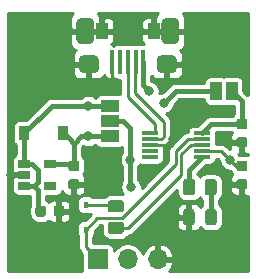
<source format=gbr>
%TF.GenerationSoftware,KiCad,Pcbnew,(5.1.9)-1*%
%TF.CreationDate,2022-01-17T18:13:00-05:00*%
%TF.ProjectId,USBUPDI,55534255-5044-4492-9e6b-696361645f70,rev?*%
%TF.SameCoordinates,Original*%
%TF.FileFunction,Copper,L1,Top*%
%TF.FilePolarity,Positive*%
%FSLAX46Y46*%
G04 Gerber Fmt 4.6, Leading zero omitted, Abs format (unit mm)*
G04 Created by KiCad (PCBNEW (5.1.9)-1) date 2022-01-17 18:13:00*
%MOMM*%
%LPD*%
G01*
G04 APERTURE LIST*
%TA.AperFunction,SMDPad,CuDef*%
%ADD10R,1.400000X0.300000*%
%TD*%
%TA.AperFunction,SMDPad,CuDef*%
%ADD11R,1.060000X0.650000*%
%TD*%
%TA.AperFunction,SMDPad,CuDef*%
%ADD12R,1.500000X1.000000*%
%TD*%
%TA.AperFunction,SMDPad,CuDef*%
%ADD13R,1.000000X1.500000*%
%TD*%
%TA.AperFunction,ComponentPad*%
%ADD14O,1.700000X1.700000*%
%TD*%
%TA.AperFunction,ComponentPad*%
%ADD15R,1.700000X1.700000*%
%TD*%
%TA.AperFunction,SMDPad,CuDef*%
%ADD16R,1.100000X1.350000*%
%TD*%
%TA.AperFunction,SMDPad,CuDef*%
%ADD17R,0.400000X2.000000*%
%TD*%
%TA.AperFunction,SMDPad,CuDef*%
%ADD18R,0.900000X1.200000*%
%TD*%
%TA.AperFunction,SMDPad,CuDef*%
%ADD19R,0.450000X0.600000*%
%TD*%
%TA.AperFunction,ViaPad*%
%ADD20C,0.800000*%
%TD*%
%TA.AperFunction,Conductor*%
%ADD21C,0.254000*%
%TD*%
%TA.AperFunction,Conductor*%
%ADD22C,0.381000*%
%TD*%
%TA.AperFunction,Conductor*%
%ADD23C,0.100000*%
%TD*%
G04 APERTURE END LIST*
D10*
%TO.P,U2,10*%
%TO.N,Net-(C3-Pad1)*%
X182794000Y-138700000D03*
%TO.P,U2,9*%
%TO.N,/UPDI*%
X182794000Y-139200000D03*
%TO.P,U2,8*%
%TO.N,Net-(R2-Pad2)*%
X182794000Y-139700000D03*
%TO.P,U2,7*%
%TO.N,VCC*%
X182794000Y-140200000D03*
%TO.P,U2,6*%
%TO.N,Net-(R1-Pad1)*%
X182794000Y-140700000D03*
%TO.P,U2,5*%
%TO.N,N/C*%
X178394000Y-140700000D03*
%TO.P,U2,4*%
X178394000Y-140200000D03*
%TO.P,U2,3*%
%TO.N,GND*%
X178394000Y-139700000D03*
%TO.P,U2,2*%
%TO.N,Net-(J1-Pad2)*%
X178394000Y-139200000D03*
%TO.P,U2,1*%
%TO.N,Net-(J1-Pad3)*%
X178394000Y-138700000D03*
%TD*%
D11*
%TO.P,U1,5*%
%TO.N,+3V3*%
X169970000Y-141266000D03*
%TO.P,U1,4*%
%TO.N,N/C*%
X169970000Y-143166000D03*
%TO.P,U1,3*%
%TO.N,+5V*%
X167770000Y-143166000D03*
%TO.P,U1,2*%
%TO.N,GND*%
X167770000Y-142216000D03*
%TO.P,U1,1*%
%TO.N,+5V*%
X167770000Y-141266000D03*
%TD*%
%TO.P,R2,2*%
%TO.N,Net-(R2-Pad2)*%
%TA.AperFunction,SMDPad,CuDef*%
G36*
G01*
X175063999Y-146196000D02*
X175964001Y-146196000D01*
G75*
G02*
X176214000Y-146445999I0J-249999D01*
G01*
X176214000Y-146971001D01*
G75*
G02*
X175964001Y-147221000I-249999J0D01*
G01*
X175063999Y-147221000D01*
G75*
G02*
X174814000Y-146971001I0J249999D01*
G01*
X174814000Y-146445999D01*
G75*
G02*
X175063999Y-146196000I249999J0D01*
G01*
G37*
%TD.AperFunction*%
%TO.P,R2,1*%
%TO.N,Net-(D2-Pad1)*%
%TA.AperFunction,SMDPad,CuDef*%
G36*
G01*
X175063999Y-144371000D02*
X175964001Y-144371000D01*
G75*
G02*
X176214000Y-144620999I0J-249999D01*
G01*
X176214000Y-145146001D01*
G75*
G02*
X175964001Y-145396000I-249999J0D01*
G01*
X175063999Y-145396000D01*
G75*
G02*
X174814000Y-145146001I0J249999D01*
G01*
X174814000Y-144620999D01*
G75*
G02*
X175063999Y-144371000I249999J0D01*
G01*
G37*
%TD.AperFunction*%
%TD*%
%TO.P,R1,2*%
%TO.N,Net-(D1-Pad2)*%
%TA.AperFunction,SMDPad,CuDef*%
G36*
G01*
X183026000Y-143706001D02*
X183026000Y-142805999D01*
G75*
G02*
X183275999Y-142556000I249999J0D01*
G01*
X183801001Y-142556000D01*
G75*
G02*
X184051000Y-142805999I0J-249999D01*
G01*
X184051000Y-143706001D01*
G75*
G02*
X183801001Y-143956000I-249999J0D01*
G01*
X183275999Y-143956000D01*
G75*
G02*
X183026000Y-143706001I0J249999D01*
G01*
G37*
%TD.AperFunction*%
%TO.P,R1,1*%
%TO.N,Net-(R1-Pad1)*%
%TA.AperFunction,SMDPad,CuDef*%
G36*
G01*
X181201000Y-143706001D02*
X181201000Y-142805999D01*
G75*
G02*
X181450999Y-142556000I249999J0D01*
G01*
X181976001Y-142556000D01*
G75*
G02*
X182226000Y-142805999I0J-249999D01*
G01*
X182226000Y-143706001D01*
G75*
G02*
X181976001Y-143956000I-249999J0D01*
G01*
X181450999Y-143956000D01*
G75*
G02*
X181201000Y-143706001I0J249999D01*
G01*
G37*
%TD.AperFunction*%
%TD*%
D12*
%TO.P,VCC,1*%
%TO.N,+3V3*%
X175006000Y-138968000D03*
%TO.P,VCC,2*%
%TO.N,VCC*%
X175006000Y-137668000D03*
%TO.P,VCC,3*%
%TO.N,+5V*%
X175006000Y-136368000D03*
%TD*%
D13*
%TO.P,JP1,1*%
%TO.N,Net-(C3-Pad1)*%
X185308000Y-135128000D03*
%TO.P,JP1,2*%
%TO.N,+3V3*%
X184008000Y-135128000D03*
%TD*%
D14*
%TO.P,J2,3*%
%TO.N,GND*%
X179070000Y-149352000D03*
%TO.P,J2,2*%
%TO.N,VCC*%
X176530000Y-149352000D03*
D15*
%TO.P,J2,1*%
%TO.N,/UPDI*%
X173990000Y-149352000D03*
%TD*%
D16*
%TO.P,J1,6*%
%TO.N,GND*%
X174330000Y-130048000D03*
X178730000Y-130048000D03*
D17*
%TO.P,J1,1*%
%TO.N,+5V*%
X177830000Y-132648000D03*
%TO.P,J1,2*%
%TO.N,Net-(J1-Pad2)*%
X177180000Y-132648000D03*
%TO.P,J1,3*%
%TO.N,Net-(J1-Pad3)*%
X176530000Y-132648000D03*
%TO.P,J1,4*%
%TO.N,N/C*%
X175880000Y-132648000D03*
%TO.P,J1,5*%
%TO.N,GND*%
X175230000Y-132648000D03*
%TO.P,J1,6*%
%TA.AperFunction,ComponentPad*%
G36*
G01*
X179380000Y-130773000D02*
X179380000Y-129323000D01*
G75*
G02*
X179755000Y-128948000I375000J0D01*
G01*
X180505000Y-128948000D01*
G75*
G02*
X180880000Y-129323000I0J-375000D01*
G01*
X180880000Y-130773000D01*
G75*
G02*
X180505000Y-131148000I-375000J0D01*
G01*
X179755000Y-131148000D01*
G75*
G02*
X179380000Y-130773000I0J375000D01*
G01*
G37*
%TD.AperFunction*%
%TA.AperFunction,ComponentPad*%
G36*
G01*
X172180000Y-130773000D02*
X172180000Y-129323000D01*
G75*
G02*
X172555000Y-128948000I375000J0D01*
G01*
X173305000Y-128948000D01*
G75*
G02*
X173680000Y-129323000I0J-375000D01*
G01*
X173680000Y-130773000D01*
G75*
G02*
X173305000Y-131148000I-375000J0D01*
G01*
X172555000Y-131148000D01*
G75*
G02*
X172180000Y-130773000I0J375000D01*
G01*
G37*
%TD.AperFunction*%
%TA.AperFunction,ComponentPad*%
G36*
G01*
X172380000Y-133223000D02*
X172380000Y-132473000D01*
G75*
G02*
X172755000Y-132098000I375000J0D01*
G01*
X173705000Y-132098000D01*
G75*
G02*
X174080000Y-132473000I0J-375000D01*
G01*
X174080000Y-133223000D01*
G75*
G02*
X173705000Y-133598000I-375000J0D01*
G01*
X172755000Y-133598000D01*
G75*
G02*
X172380000Y-133223000I0J375000D01*
G01*
G37*
%TD.AperFunction*%
%TA.AperFunction,ComponentPad*%
G36*
G01*
X178980000Y-133223000D02*
X178980000Y-132473000D01*
G75*
G02*
X179355000Y-132098000I375000J0D01*
G01*
X180305000Y-132098000D01*
G75*
G02*
X180680000Y-132473000I0J-375000D01*
G01*
X180680000Y-133223000D01*
G75*
G02*
X180305000Y-133598000I-375000J0D01*
G01*
X179355000Y-133598000D01*
G75*
G02*
X178980000Y-133223000I0J375000D01*
G01*
G37*
%TD.AperFunction*%
%TD*%
D18*
%TO.P,D3,2*%
%TO.N,+3V3*%
X171068000Y-138684000D03*
%TO.P,D3,1*%
%TO.N,+5V*%
X167768000Y-138684000D03*
%TD*%
D19*
%TO.P,D2,2*%
%TO.N,/UPDI*%
X172974000Y-146846000D03*
%TO.P,D2,1*%
%TO.N,Net-(D2-Pad1)*%
X172974000Y-144746000D03*
%TD*%
%TO.P,D1,2*%
%TO.N,Net-(D1-Pad2)*%
%TA.AperFunction,SMDPad,CuDef*%
G36*
G01*
X183076000Y-146252250D02*
X183076000Y-145339750D01*
G75*
G02*
X183319750Y-145096000I243750J0D01*
G01*
X183807250Y-145096000D01*
G75*
G02*
X184051000Y-145339750I0J-243750D01*
G01*
X184051000Y-146252250D01*
G75*
G02*
X183807250Y-146496000I-243750J0D01*
G01*
X183319750Y-146496000D01*
G75*
G02*
X183076000Y-146252250I0J243750D01*
G01*
G37*
%TD.AperFunction*%
%TO.P,D1,1*%
%TO.N,GND*%
%TA.AperFunction,SMDPad,CuDef*%
G36*
G01*
X181201000Y-146252250D02*
X181201000Y-145339750D01*
G75*
G02*
X181444750Y-145096000I243750J0D01*
G01*
X181932250Y-145096000D01*
G75*
G02*
X182176000Y-145339750I0J-243750D01*
G01*
X182176000Y-146252250D01*
G75*
G02*
X181932250Y-146496000I-243750J0D01*
G01*
X181444750Y-146496000D01*
G75*
G02*
X181201000Y-146252250I0J243750D01*
G01*
G37*
%TD.AperFunction*%
%TD*%
%TO.P,C4,2*%
%TO.N,GND*%
%TA.AperFunction,SMDPad,CuDef*%
G36*
G01*
X185932000Y-142565000D02*
X186432000Y-142565000D01*
G75*
G02*
X186657000Y-142790000I0J-225000D01*
G01*
X186657000Y-143240000D01*
G75*
G02*
X186432000Y-143465000I-225000J0D01*
G01*
X185932000Y-143465000D01*
G75*
G02*
X185707000Y-143240000I0J225000D01*
G01*
X185707000Y-142790000D01*
G75*
G02*
X185932000Y-142565000I225000J0D01*
G01*
G37*
%TD.AperFunction*%
%TO.P,C4,1*%
%TO.N,VCC*%
%TA.AperFunction,SMDPad,CuDef*%
G36*
G01*
X185932000Y-141015000D02*
X186432000Y-141015000D01*
G75*
G02*
X186657000Y-141240000I0J-225000D01*
G01*
X186657000Y-141690000D01*
G75*
G02*
X186432000Y-141915000I-225000J0D01*
G01*
X185932000Y-141915000D01*
G75*
G02*
X185707000Y-141690000I0J225000D01*
G01*
X185707000Y-141240000D01*
G75*
G02*
X185932000Y-141015000I225000J0D01*
G01*
G37*
%TD.AperFunction*%
%TD*%
%TO.P,C3,2*%
%TO.N,GND*%
%TA.AperFunction,SMDPad,CuDef*%
G36*
G01*
X185932000Y-139009000D02*
X186432000Y-139009000D01*
G75*
G02*
X186657000Y-139234000I0J-225000D01*
G01*
X186657000Y-139684000D01*
G75*
G02*
X186432000Y-139909000I-225000J0D01*
G01*
X185932000Y-139909000D01*
G75*
G02*
X185707000Y-139684000I0J225000D01*
G01*
X185707000Y-139234000D01*
G75*
G02*
X185932000Y-139009000I225000J0D01*
G01*
G37*
%TD.AperFunction*%
%TO.P,C3,1*%
%TO.N,Net-(C3-Pad1)*%
%TA.AperFunction,SMDPad,CuDef*%
G36*
G01*
X185932000Y-137459000D02*
X186432000Y-137459000D01*
G75*
G02*
X186657000Y-137684000I0J-225000D01*
G01*
X186657000Y-138134000D01*
G75*
G02*
X186432000Y-138359000I-225000J0D01*
G01*
X185932000Y-138359000D01*
G75*
G02*
X185707000Y-138134000I0J225000D01*
G01*
X185707000Y-137684000D01*
G75*
G02*
X185932000Y-137459000I225000J0D01*
G01*
G37*
%TD.AperFunction*%
%TD*%
%TO.P,C2,1*%
%TO.N,+3V3*%
%TA.AperFunction,SMDPad,CuDef*%
G36*
G01*
X171708000Y-141015000D02*
X172208000Y-141015000D01*
G75*
G02*
X172433000Y-141240000I0J-225000D01*
G01*
X172433000Y-141690000D01*
G75*
G02*
X172208000Y-141915000I-225000J0D01*
G01*
X171708000Y-141915000D01*
G75*
G02*
X171483000Y-141690000I0J225000D01*
G01*
X171483000Y-141240000D01*
G75*
G02*
X171708000Y-141015000I225000J0D01*
G01*
G37*
%TD.AperFunction*%
%TO.P,C2,2*%
%TO.N,GND*%
%TA.AperFunction,SMDPad,CuDef*%
G36*
G01*
X171708000Y-142565000D02*
X172208000Y-142565000D01*
G75*
G02*
X172433000Y-142790000I0J-225000D01*
G01*
X172433000Y-143240000D01*
G75*
G02*
X172208000Y-143465000I-225000J0D01*
G01*
X171708000Y-143465000D01*
G75*
G02*
X171483000Y-143240000I0J225000D01*
G01*
X171483000Y-142790000D01*
G75*
G02*
X171708000Y-142565000I225000J0D01*
G01*
G37*
%TD.AperFunction*%
%TD*%
%TO.P,C1,2*%
%TO.N,GND*%
%TA.AperFunction,SMDPad,CuDef*%
G36*
G01*
X170251000Y-145538000D02*
X170251000Y-145038000D01*
G75*
G02*
X170476000Y-144813000I225000J0D01*
G01*
X170926000Y-144813000D01*
G75*
G02*
X171151000Y-145038000I0J-225000D01*
G01*
X171151000Y-145538000D01*
G75*
G02*
X170926000Y-145763000I-225000J0D01*
G01*
X170476000Y-145763000D01*
G75*
G02*
X170251000Y-145538000I0J225000D01*
G01*
G37*
%TD.AperFunction*%
%TO.P,C1,1*%
%TO.N,+5V*%
%TA.AperFunction,SMDPad,CuDef*%
G36*
G01*
X168701000Y-145538000D02*
X168701000Y-145038000D01*
G75*
G02*
X168926000Y-144813000I225000J0D01*
G01*
X169376000Y-144813000D01*
G75*
G02*
X169601000Y-145038000I0J-225000D01*
G01*
X169601000Y-145538000D01*
G75*
G02*
X169376000Y-145763000I-225000J0D01*
G01*
X168926000Y-145763000D01*
G75*
G02*
X168701000Y-145538000I0J225000D01*
G01*
G37*
%TD.AperFunction*%
%TD*%
D20*
%TO.N,GND*%
X173482000Y-143510000D03*
X180340000Y-139192000D03*
X178562000Y-141986000D03*
X186182000Y-144526000D03*
X180086000Y-145796000D03*
X184912000Y-138938000D03*
X166624000Y-142240000D03*
%TO.N,+5V*%
X178308000Y-135128000D03*
X173198000Y-136368000D03*
%TO.N,+3V3*%
X173198000Y-138968000D03*
X179578000Y-136144000D03*
%TO.N,VCC*%
X176734699Y-140920699D03*
X185166000Y-140970052D03*
X176783997Y-143256003D03*
%TD*%
D21*
%TO.N,GND*%
X179832000Y-139700000D02*
X180340000Y-139192000D01*
X178394000Y-139700000D02*
X179832000Y-139700000D01*
D22*
%TO.N,+5V*%
X168561002Y-143166000D02*
X167770000Y-143166000D01*
X168910000Y-142817002D02*
X168561002Y-143166000D01*
X168377902Y-141266000D02*
X168910000Y-141798098D01*
X168910000Y-141798098D02*
X168910000Y-142817002D01*
X167770000Y-141266000D02*
X168377902Y-141266000D01*
X168910000Y-145047000D02*
X169151000Y-145288000D01*
X168910000Y-143514998D02*
X168910000Y-145047000D01*
X168561002Y-143166000D02*
X168910000Y-143514998D01*
X177830000Y-132648000D02*
X177830000Y-134650000D01*
X177830000Y-134650000D02*
X178308000Y-135128000D01*
X167768000Y-141264000D02*
X167770000Y-141266000D01*
X167768000Y-138684000D02*
X167768000Y-141264000D01*
X170084000Y-136368000D02*
X167768000Y-138684000D01*
X175006000Y-136368000D02*
X170084000Y-136368000D01*
X175006000Y-136368000D02*
X173198000Y-136368000D01*
%TO.N,+3V3*%
X171759000Y-141266000D02*
X171958000Y-141465000D01*
X169970000Y-141266000D02*
X171759000Y-141266000D01*
X175006000Y-138968000D02*
X173198000Y-138968000D01*
X180594000Y-135128000D02*
X179578000Y-136144000D01*
X184008000Y-135128000D02*
X180594000Y-135128000D01*
X171958000Y-141465000D02*
X171958000Y-139574000D01*
X171068000Y-138684000D02*
X171513000Y-139129000D01*
X171958000Y-139574000D02*
X171513000Y-139129000D01*
X172564000Y-138968000D02*
X173198000Y-138968000D01*
X171958000Y-139574000D02*
X172564000Y-138968000D01*
%TO.N,Net-(C3-Pad1)*%
X183544499Y-137909000D02*
X182794000Y-138659499D01*
X186182000Y-137909000D02*
X183544499Y-137909000D01*
X186182000Y-136002000D02*
X186182000Y-137909000D01*
X185308000Y-135128000D02*
X186182000Y-136002000D01*
%TO.N,VCC*%
X176137000Y-137668000D02*
X176734699Y-138265699D01*
X176734699Y-138265699D02*
X176734699Y-140920699D01*
X175006000Y-137668000D02*
X176137000Y-137668000D01*
D21*
X186182000Y-141465000D02*
X185660948Y-141465000D01*
X185660948Y-141465000D02*
X185166000Y-140970052D01*
X182794000Y-140200000D02*
X184395948Y-140200000D01*
X184395948Y-140200000D02*
X185166000Y-140970052D01*
D22*
X176734699Y-140920699D02*
X176734699Y-143206705D01*
X176734699Y-143206705D02*
X176783997Y-143256003D01*
%TO.N,Net-(D1-Pad2)*%
X183538500Y-145771000D02*
X183563500Y-145796000D01*
X183538500Y-143256000D02*
X183538500Y-145771000D01*
D21*
%TO.N,Net-(D2-Pad1)*%
X175376500Y-144746000D02*
X175514000Y-144883500D01*
X172974000Y-144746000D02*
X175376500Y-144746000D01*
%TO.N,Net-(J1-Pad2)*%
X177102962Y-132725038D02*
X177180000Y-132648000D01*
X177102962Y-135252962D02*
X177102962Y-132725038D01*
X179578000Y-137728000D02*
X177102962Y-135252962D01*
X179578000Y-138970000D02*
X179578000Y-137728000D01*
X179348000Y-139200000D02*
X179578000Y-138970000D01*
X178394000Y-139200000D02*
X179348000Y-139200000D01*
%TO.N,Net-(J1-Pad3)*%
X176530000Y-135636000D02*
X176530000Y-132648000D01*
X178816000Y-137922000D02*
X176530000Y-135636000D01*
X178816000Y-138700000D02*
X178816000Y-137922000D01*
X178394000Y-138700000D02*
X178816000Y-138700000D01*
%TO.N,/UPDI*%
X181602000Y-139200000D02*
X182794000Y-139200000D01*
X173951010Y-145868990D02*
X176057028Y-145868990D01*
X176057028Y-145868990D02*
X180594000Y-141332018D01*
X180594000Y-141332018D02*
X180594000Y-140208000D01*
X172974000Y-146846000D02*
X173951010Y-145868990D01*
X180594000Y-140208000D02*
X181602000Y-139200000D01*
X172974000Y-148336000D02*
X172974000Y-146846000D01*
X173990000Y-149352000D02*
X172974000Y-148336000D01*
D22*
%TO.N,Net-(R1-Pad1)*%
X181713500Y-141821001D02*
X182794000Y-140740501D01*
X181713500Y-143256000D02*
X181713500Y-141821001D01*
D21*
%TO.N,Net-(R2-Pad2)*%
X181840000Y-139700000D02*
X182794000Y-139700000D01*
X181048011Y-140491989D02*
X181840000Y-139700000D01*
X181048011Y-142242239D02*
X181048011Y-140491989D01*
X176581750Y-146708500D02*
X181048011Y-142242239D01*
X175514000Y-146708500D02*
X176581750Y-146708500D01*
%TD*%
%TO.N,GND*%
X184258000Y-140960076D02*
X184258000Y-141059482D01*
X184292894Y-141234906D01*
X184361341Y-141400151D01*
X184460711Y-141548868D01*
X184587184Y-141675341D01*
X184735901Y-141774711D01*
X184901146Y-141843158D01*
X185076570Y-141878052D01*
X185175975Y-141878052D01*
X185189878Y-141891955D01*
X185209763Y-141916185D01*
X185244381Y-141944595D01*
X185252526Y-141971447D01*
X185320490Y-142098598D01*
X185382491Y-142174147D01*
X185346052Y-142204052D01*
X185282570Y-142281405D01*
X185235398Y-142369656D01*
X185206350Y-142465415D01*
X185196542Y-142565000D01*
X185199000Y-142761000D01*
X185326000Y-142888000D01*
X186055000Y-142888000D01*
X186055000Y-142868000D01*
X186309000Y-142868000D01*
X186309000Y-142888000D01*
X186329000Y-142888000D01*
X186329000Y-143142000D01*
X186309000Y-143142000D01*
X186309000Y-143846000D01*
X186436000Y-143973000D01*
X186657000Y-143975458D01*
X186665001Y-143974670D01*
X186665001Y-150343000D01*
X179994989Y-150343000D01*
X180156459Y-150166731D01*
X180294529Y-149939119D01*
X180385541Y-149688944D01*
X180295054Y-149479000D01*
X179197000Y-149479000D01*
X179197000Y-149499000D01*
X178943000Y-149499000D01*
X178943000Y-149479000D01*
X178923000Y-149479000D01*
X178923000Y-149225000D01*
X178943000Y-149225000D01*
X178943000Y-148127569D01*
X179197000Y-148127569D01*
X179197000Y-149225000D01*
X180295054Y-149225000D01*
X180385541Y-149015056D01*
X180294529Y-148764881D01*
X180156459Y-148537269D01*
X179976637Y-148340966D01*
X179761973Y-148183517D01*
X179520717Y-148070972D01*
X179406943Y-148036465D01*
X179197000Y-148127569D01*
X178943000Y-148127569D01*
X178733057Y-148036465D01*
X178619283Y-148070972D01*
X178378027Y-148183517D01*
X178163363Y-148340966D01*
X177983541Y-148537269D01*
X177845471Y-148764881D01*
X177803960Y-148878987D01*
X177733444Y-148708746D01*
X177584828Y-148486325D01*
X177395675Y-148297172D01*
X177173254Y-148148556D01*
X176926114Y-148046187D01*
X176663751Y-147994000D01*
X176396249Y-147994000D01*
X176133886Y-148046187D01*
X175886746Y-148148556D01*
X175664325Y-148297172D01*
X175475172Y-148486325D01*
X175350457Y-148672975D01*
X175350457Y-148502000D01*
X175340649Y-148402415D01*
X175311601Y-148306657D01*
X175264429Y-148218405D01*
X175200948Y-148141052D01*
X175123595Y-148077571D01*
X175035343Y-148030399D01*
X174939585Y-148001351D01*
X174840000Y-147991543D01*
X173609000Y-147991543D01*
X173609000Y-147447177D01*
X173623429Y-147429595D01*
X173670601Y-147341343D01*
X173699649Y-147245585D01*
X173709457Y-147146000D01*
X173709457Y-147008568D01*
X174214036Y-146503990D01*
X174303543Y-146503990D01*
X174303543Y-146971001D01*
X174318155Y-147119359D01*
X174361429Y-147262015D01*
X174431703Y-147393488D01*
X174526275Y-147508725D01*
X174641512Y-147603297D01*
X174772985Y-147673571D01*
X174915641Y-147716845D01*
X175063999Y-147731457D01*
X175964001Y-147731457D01*
X176112359Y-147716845D01*
X176255015Y-147673571D01*
X176386488Y-147603297D01*
X176501725Y-147508725D01*
X176596297Y-147393488D01*
X176623576Y-147342453D01*
X176706232Y-147334312D01*
X176825930Y-147298002D01*
X176936244Y-147239037D01*
X177032935Y-147159685D01*
X177052824Y-147135450D01*
X177692274Y-146496000D01*
X180690542Y-146496000D01*
X180700350Y-146595585D01*
X180729398Y-146691344D01*
X180776570Y-146779595D01*
X180840052Y-146856948D01*
X180917405Y-146920430D01*
X181005656Y-146967602D01*
X181101415Y-146996650D01*
X181201000Y-147006458D01*
X181434500Y-147004000D01*
X181561500Y-146877000D01*
X181561500Y-145923000D01*
X180820000Y-145923000D01*
X180693000Y-146050000D01*
X180690542Y-146496000D01*
X177692274Y-146496000D01*
X179092274Y-145096000D01*
X180690542Y-145096000D01*
X180693000Y-145542000D01*
X180820000Y-145669000D01*
X181561500Y-145669000D01*
X181561500Y-144715000D01*
X181434500Y-144588000D01*
X181201000Y-144585542D01*
X181101415Y-144595350D01*
X181005656Y-144624398D01*
X180917405Y-144671570D01*
X180840052Y-144735052D01*
X180776570Y-144812405D01*
X180729398Y-144900656D01*
X180700350Y-144996415D01*
X180690542Y-145096000D01*
X179092274Y-145096000D01*
X180690543Y-143497732D01*
X180690543Y-143706001D01*
X180705155Y-143854359D01*
X180748429Y-143997015D01*
X180818703Y-144128488D01*
X180913275Y-144243725D01*
X181028512Y-144338297D01*
X181159985Y-144408571D01*
X181302641Y-144451845D01*
X181450999Y-144466457D01*
X181976001Y-144466457D01*
X182124359Y-144451845D01*
X182267015Y-144408571D01*
X182398488Y-144338297D01*
X182513725Y-144243725D01*
X182608297Y-144128488D01*
X182626000Y-144095368D01*
X182643703Y-144128488D01*
X182738275Y-144243725D01*
X182840000Y-144327208D01*
X182840001Y-144762493D01*
X182786445Y-144806445D01*
X182692650Y-144920735D01*
X182667797Y-144967231D01*
X182647602Y-144900656D01*
X182600430Y-144812405D01*
X182536948Y-144735052D01*
X182459595Y-144671570D01*
X182371344Y-144624398D01*
X182275585Y-144595350D01*
X182176000Y-144585542D01*
X181942500Y-144588000D01*
X181815500Y-144715000D01*
X181815500Y-145669000D01*
X181835500Y-145669000D01*
X181835500Y-145923000D01*
X181815500Y-145923000D01*
X181815500Y-146877000D01*
X181942500Y-147004000D01*
X182176000Y-147006458D01*
X182275585Y-146996650D01*
X182371344Y-146967602D01*
X182459595Y-146920430D01*
X182536948Y-146856948D01*
X182600430Y-146779595D01*
X182647602Y-146691344D01*
X182667797Y-146624769D01*
X182692650Y-146671265D01*
X182786445Y-146785555D01*
X182900735Y-146879350D01*
X183031127Y-146949046D01*
X183172612Y-146991965D01*
X183319750Y-147006457D01*
X183807250Y-147006457D01*
X183954388Y-146991965D01*
X184095873Y-146949046D01*
X184226265Y-146879350D01*
X184340555Y-146785555D01*
X184434350Y-146671265D01*
X184504046Y-146540873D01*
X184546965Y-146399388D01*
X184561457Y-146252250D01*
X184561457Y-145339750D01*
X184546965Y-145192612D01*
X184504046Y-145051127D01*
X184434350Y-144920735D01*
X184340555Y-144806445D01*
X184237000Y-144721460D01*
X184237000Y-144327208D01*
X184338725Y-144243725D01*
X184433297Y-144128488D01*
X184503571Y-143997015D01*
X184546845Y-143854359D01*
X184561457Y-143706001D01*
X184561457Y-143465000D01*
X185196542Y-143465000D01*
X185206350Y-143564585D01*
X185235398Y-143660344D01*
X185282570Y-143748595D01*
X185346052Y-143825948D01*
X185423405Y-143889430D01*
X185511656Y-143936602D01*
X185607415Y-143965650D01*
X185707000Y-143975458D01*
X185928000Y-143973000D01*
X186055000Y-143846000D01*
X186055000Y-143142000D01*
X185326000Y-143142000D01*
X185199000Y-143269000D01*
X185196542Y-143465000D01*
X184561457Y-143465000D01*
X184561457Y-142805999D01*
X184546845Y-142657641D01*
X184503571Y-142514985D01*
X184433297Y-142383512D01*
X184338725Y-142268275D01*
X184223488Y-142173703D01*
X184092015Y-142103429D01*
X183949359Y-142060155D01*
X183801001Y-142045543D01*
X183275999Y-142045543D01*
X183127641Y-142060155D01*
X182984985Y-142103429D01*
X182853512Y-142173703D01*
X182738275Y-142268275D01*
X182643703Y-142383512D01*
X182626000Y-142416632D01*
X182608297Y-142383512D01*
X182513725Y-142268275D01*
X182412000Y-142184792D01*
X182412000Y-142110328D01*
X183161872Y-141360457D01*
X183494000Y-141360457D01*
X183593585Y-141350649D01*
X183689343Y-141321601D01*
X183777595Y-141274429D01*
X183854948Y-141210948D01*
X183918429Y-141133595D01*
X183965601Y-141045343D01*
X183994649Y-140949585D01*
X184004457Y-140850000D01*
X184004457Y-140835000D01*
X184132924Y-140835000D01*
X184258000Y-140960076D01*
%TA.AperFunction,Conductor*%
D23*
G36*
X184258000Y-140960076D02*
G01*
X184258000Y-141059482D01*
X184292894Y-141234906D01*
X184361341Y-141400151D01*
X184460711Y-141548868D01*
X184587184Y-141675341D01*
X184735901Y-141774711D01*
X184901146Y-141843158D01*
X185076570Y-141878052D01*
X185175975Y-141878052D01*
X185189878Y-141891955D01*
X185209763Y-141916185D01*
X185244381Y-141944595D01*
X185252526Y-141971447D01*
X185320490Y-142098598D01*
X185382491Y-142174147D01*
X185346052Y-142204052D01*
X185282570Y-142281405D01*
X185235398Y-142369656D01*
X185206350Y-142465415D01*
X185196542Y-142565000D01*
X185199000Y-142761000D01*
X185326000Y-142888000D01*
X186055000Y-142888000D01*
X186055000Y-142868000D01*
X186309000Y-142868000D01*
X186309000Y-142888000D01*
X186329000Y-142888000D01*
X186329000Y-143142000D01*
X186309000Y-143142000D01*
X186309000Y-143846000D01*
X186436000Y-143973000D01*
X186657000Y-143975458D01*
X186665001Y-143974670D01*
X186665001Y-150343000D01*
X179994989Y-150343000D01*
X180156459Y-150166731D01*
X180294529Y-149939119D01*
X180385541Y-149688944D01*
X180295054Y-149479000D01*
X179197000Y-149479000D01*
X179197000Y-149499000D01*
X178943000Y-149499000D01*
X178943000Y-149479000D01*
X178923000Y-149479000D01*
X178923000Y-149225000D01*
X178943000Y-149225000D01*
X178943000Y-148127569D01*
X179197000Y-148127569D01*
X179197000Y-149225000D01*
X180295054Y-149225000D01*
X180385541Y-149015056D01*
X180294529Y-148764881D01*
X180156459Y-148537269D01*
X179976637Y-148340966D01*
X179761973Y-148183517D01*
X179520717Y-148070972D01*
X179406943Y-148036465D01*
X179197000Y-148127569D01*
X178943000Y-148127569D01*
X178733057Y-148036465D01*
X178619283Y-148070972D01*
X178378027Y-148183517D01*
X178163363Y-148340966D01*
X177983541Y-148537269D01*
X177845471Y-148764881D01*
X177803960Y-148878987D01*
X177733444Y-148708746D01*
X177584828Y-148486325D01*
X177395675Y-148297172D01*
X177173254Y-148148556D01*
X176926114Y-148046187D01*
X176663751Y-147994000D01*
X176396249Y-147994000D01*
X176133886Y-148046187D01*
X175886746Y-148148556D01*
X175664325Y-148297172D01*
X175475172Y-148486325D01*
X175350457Y-148672975D01*
X175350457Y-148502000D01*
X175340649Y-148402415D01*
X175311601Y-148306657D01*
X175264429Y-148218405D01*
X175200948Y-148141052D01*
X175123595Y-148077571D01*
X175035343Y-148030399D01*
X174939585Y-148001351D01*
X174840000Y-147991543D01*
X173609000Y-147991543D01*
X173609000Y-147447177D01*
X173623429Y-147429595D01*
X173670601Y-147341343D01*
X173699649Y-147245585D01*
X173709457Y-147146000D01*
X173709457Y-147008568D01*
X174214036Y-146503990D01*
X174303543Y-146503990D01*
X174303543Y-146971001D01*
X174318155Y-147119359D01*
X174361429Y-147262015D01*
X174431703Y-147393488D01*
X174526275Y-147508725D01*
X174641512Y-147603297D01*
X174772985Y-147673571D01*
X174915641Y-147716845D01*
X175063999Y-147731457D01*
X175964001Y-147731457D01*
X176112359Y-147716845D01*
X176255015Y-147673571D01*
X176386488Y-147603297D01*
X176501725Y-147508725D01*
X176596297Y-147393488D01*
X176623576Y-147342453D01*
X176706232Y-147334312D01*
X176825930Y-147298002D01*
X176936244Y-147239037D01*
X177032935Y-147159685D01*
X177052824Y-147135450D01*
X177692274Y-146496000D01*
X180690542Y-146496000D01*
X180700350Y-146595585D01*
X180729398Y-146691344D01*
X180776570Y-146779595D01*
X180840052Y-146856948D01*
X180917405Y-146920430D01*
X181005656Y-146967602D01*
X181101415Y-146996650D01*
X181201000Y-147006458D01*
X181434500Y-147004000D01*
X181561500Y-146877000D01*
X181561500Y-145923000D01*
X180820000Y-145923000D01*
X180693000Y-146050000D01*
X180690542Y-146496000D01*
X177692274Y-146496000D01*
X179092274Y-145096000D01*
X180690542Y-145096000D01*
X180693000Y-145542000D01*
X180820000Y-145669000D01*
X181561500Y-145669000D01*
X181561500Y-144715000D01*
X181434500Y-144588000D01*
X181201000Y-144585542D01*
X181101415Y-144595350D01*
X181005656Y-144624398D01*
X180917405Y-144671570D01*
X180840052Y-144735052D01*
X180776570Y-144812405D01*
X180729398Y-144900656D01*
X180700350Y-144996415D01*
X180690542Y-145096000D01*
X179092274Y-145096000D01*
X180690543Y-143497732D01*
X180690543Y-143706001D01*
X180705155Y-143854359D01*
X180748429Y-143997015D01*
X180818703Y-144128488D01*
X180913275Y-144243725D01*
X181028512Y-144338297D01*
X181159985Y-144408571D01*
X181302641Y-144451845D01*
X181450999Y-144466457D01*
X181976001Y-144466457D01*
X182124359Y-144451845D01*
X182267015Y-144408571D01*
X182398488Y-144338297D01*
X182513725Y-144243725D01*
X182608297Y-144128488D01*
X182626000Y-144095368D01*
X182643703Y-144128488D01*
X182738275Y-144243725D01*
X182840000Y-144327208D01*
X182840001Y-144762493D01*
X182786445Y-144806445D01*
X182692650Y-144920735D01*
X182667797Y-144967231D01*
X182647602Y-144900656D01*
X182600430Y-144812405D01*
X182536948Y-144735052D01*
X182459595Y-144671570D01*
X182371344Y-144624398D01*
X182275585Y-144595350D01*
X182176000Y-144585542D01*
X181942500Y-144588000D01*
X181815500Y-144715000D01*
X181815500Y-145669000D01*
X181835500Y-145669000D01*
X181835500Y-145923000D01*
X181815500Y-145923000D01*
X181815500Y-146877000D01*
X181942500Y-147004000D01*
X182176000Y-147006458D01*
X182275585Y-146996650D01*
X182371344Y-146967602D01*
X182459595Y-146920430D01*
X182536948Y-146856948D01*
X182600430Y-146779595D01*
X182647602Y-146691344D01*
X182667797Y-146624769D01*
X182692650Y-146671265D01*
X182786445Y-146785555D01*
X182900735Y-146879350D01*
X183031127Y-146949046D01*
X183172612Y-146991965D01*
X183319750Y-147006457D01*
X183807250Y-147006457D01*
X183954388Y-146991965D01*
X184095873Y-146949046D01*
X184226265Y-146879350D01*
X184340555Y-146785555D01*
X184434350Y-146671265D01*
X184504046Y-146540873D01*
X184546965Y-146399388D01*
X184561457Y-146252250D01*
X184561457Y-145339750D01*
X184546965Y-145192612D01*
X184504046Y-145051127D01*
X184434350Y-144920735D01*
X184340555Y-144806445D01*
X184237000Y-144721460D01*
X184237000Y-144327208D01*
X184338725Y-144243725D01*
X184433297Y-144128488D01*
X184503571Y-143997015D01*
X184546845Y-143854359D01*
X184561457Y-143706001D01*
X184561457Y-143465000D01*
X185196542Y-143465000D01*
X185206350Y-143564585D01*
X185235398Y-143660344D01*
X185282570Y-143748595D01*
X185346052Y-143825948D01*
X185423405Y-143889430D01*
X185511656Y-143936602D01*
X185607415Y-143965650D01*
X185707000Y-143975458D01*
X185928000Y-143973000D01*
X186055000Y-143846000D01*
X186055000Y-143142000D01*
X185326000Y-143142000D01*
X185199000Y-143269000D01*
X185196542Y-143465000D01*
X184561457Y-143465000D01*
X184561457Y-142805999D01*
X184546845Y-142657641D01*
X184503571Y-142514985D01*
X184433297Y-142383512D01*
X184338725Y-142268275D01*
X184223488Y-142173703D01*
X184092015Y-142103429D01*
X183949359Y-142060155D01*
X183801001Y-142045543D01*
X183275999Y-142045543D01*
X183127641Y-142060155D01*
X182984985Y-142103429D01*
X182853512Y-142173703D01*
X182738275Y-142268275D01*
X182643703Y-142383512D01*
X182626000Y-142416632D01*
X182608297Y-142383512D01*
X182513725Y-142268275D01*
X182412000Y-142184792D01*
X182412000Y-142110328D01*
X183161872Y-141360457D01*
X183494000Y-141360457D01*
X183593585Y-141350649D01*
X183689343Y-141321601D01*
X183777595Y-141274429D01*
X183854948Y-141210948D01*
X183918429Y-141133595D01*
X183965601Y-141045343D01*
X183994649Y-140949585D01*
X184004457Y-140850000D01*
X184004457Y-140835000D01*
X184132924Y-140835000D01*
X184258000Y-140960076D01*
G37*
%TD.AperFunction*%
D21*
X171819052Y-128587052D02*
X171755570Y-128664405D01*
X171708398Y-128752656D01*
X171679350Y-128848415D01*
X171669542Y-128948000D01*
X171672000Y-129794000D01*
X171799000Y-129921000D01*
X172803000Y-129921000D01*
X172803000Y-129901000D01*
X173057000Y-129901000D01*
X173057000Y-129921000D01*
X174203000Y-129921000D01*
X174203000Y-128992000D01*
X174457000Y-128992000D01*
X174457000Y-129921000D01*
X175261000Y-129921000D01*
X175388000Y-129794000D01*
X175390458Y-129373000D01*
X177669542Y-129373000D01*
X177672000Y-129794000D01*
X177799000Y-129921000D01*
X178603000Y-129921000D01*
X178603000Y-128992000D01*
X178476000Y-128865000D01*
X178180000Y-128862542D01*
X178080415Y-128872350D01*
X177984656Y-128901398D01*
X177896405Y-128948570D01*
X177819052Y-129012052D01*
X177755570Y-129089405D01*
X177708398Y-129177656D01*
X177679350Y-129273415D01*
X177669542Y-129373000D01*
X175390458Y-129373000D01*
X175380650Y-129273415D01*
X175351602Y-129177656D01*
X175304430Y-129089405D01*
X175240948Y-129012052D01*
X175163595Y-128948570D01*
X175075344Y-128901398D01*
X174979585Y-128872350D01*
X174880000Y-128862542D01*
X174584000Y-128865000D01*
X174457000Y-128992000D01*
X174203000Y-128992000D01*
X174190367Y-128979367D01*
X174190458Y-128948000D01*
X174180650Y-128848415D01*
X174151602Y-128752656D01*
X174104430Y-128664405D01*
X174040948Y-128587052D01*
X173994582Y-128549000D01*
X179065418Y-128549000D01*
X179019052Y-128587052D01*
X178955570Y-128664405D01*
X178908398Y-128752656D01*
X178879350Y-128848415D01*
X178869542Y-128948000D01*
X178869633Y-128979367D01*
X178857000Y-128992000D01*
X178857000Y-129921000D01*
X180003000Y-129921000D01*
X180003000Y-129901000D01*
X180257000Y-129901000D01*
X180257000Y-129921000D01*
X181261000Y-129921000D01*
X181388000Y-129794000D01*
X181390458Y-128948000D01*
X181380650Y-128848415D01*
X181351602Y-128752656D01*
X181304430Y-128664405D01*
X181240948Y-128587052D01*
X181194582Y-128549000D01*
X186665000Y-128549000D01*
X186665000Y-135494781D01*
X186651662Y-135483834D01*
X186318457Y-135150629D01*
X186318457Y-134378000D01*
X186308649Y-134278415D01*
X186279601Y-134182657D01*
X186232429Y-134094405D01*
X186168948Y-134017052D01*
X186091595Y-133953571D01*
X186003343Y-133906399D01*
X185907585Y-133877351D01*
X185808000Y-133867543D01*
X184808000Y-133867543D01*
X184708415Y-133877351D01*
X184658000Y-133892644D01*
X184607585Y-133877351D01*
X184508000Y-133867543D01*
X183508000Y-133867543D01*
X183408415Y-133877351D01*
X183312657Y-133906399D01*
X183224405Y-133953571D01*
X183147052Y-134017052D01*
X183083571Y-134094405D01*
X183036399Y-134182657D01*
X183007351Y-134278415D01*
X182997543Y-134378000D01*
X182997543Y-134429500D01*
X180628298Y-134429500D01*
X180594000Y-134426122D01*
X180559702Y-134429500D01*
X180559691Y-134429500D01*
X180457070Y-134439607D01*
X180325403Y-134479548D01*
X180325401Y-134479549D01*
X180204056Y-134544409D01*
X180124346Y-134609826D01*
X180124343Y-134609829D01*
X180097697Y-134631697D01*
X180075829Y-134658343D01*
X179498173Y-135236000D01*
X179488570Y-135236000D01*
X179313146Y-135270894D01*
X179195688Y-135319547D01*
X179216000Y-135217430D01*
X179216000Y-135038570D01*
X179181106Y-134863146D01*
X179112659Y-134697901D01*
X179013289Y-134549184D01*
X178886816Y-134422711D01*
X178738099Y-134323341D01*
X178572854Y-134254894D01*
X178528500Y-134246071D01*
X178528500Y-133830952D01*
X178555570Y-133881595D01*
X178619052Y-133958948D01*
X178696405Y-134022430D01*
X178784656Y-134069602D01*
X178880415Y-134098650D01*
X178980000Y-134108458D01*
X179576000Y-134106000D01*
X179703000Y-133979000D01*
X179703000Y-132975000D01*
X179957000Y-132975000D01*
X179957000Y-133979000D01*
X180084000Y-134106000D01*
X180680000Y-134108458D01*
X180779585Y-134098650D01*
X180875344Y-134069602D01*
X180963595Y-134022430D01*
X181040948Y-133958948D01*
X181104430Y-133881595D01*
X181151602Y-133793344D01*
X181180650Y-133697585D01*
X181190458Y-133598000D01*
X181188000Y-133102000D01*
X181061000Y-132975000D01*
X179957000Y-132975000D01*
X179703000Y-132975000D01*
X179683000Y-132975000D01*
X179683000Y-132721000D01*
X179703000Y-132721000D01*
X179703000Y-132701000D01*
X179957000Y-132701000D01*
X179957000Y-132721000D01*
X181061000Y-132721000D01*
X181188000Y-132594000D01*
X181190458Y-132098000D01*
X181180650Y-131998415D01*
X181151602Y-131902656D01*
X181104430Y-131814405D01*
X181040948Y-131737052D01*
X180963595Y-131673570D01*
X180926715Y-131653857D01*
X180979585Y-131648650D01*
X181075344Y-131619602D01*
X181163595Y-131572430D01*
X181240948Y-131508948D01*
X181304430Y-131431595D01*
X181351602Y-131343344D01*
X181380650Y-131247585D01*
X181390458Y-131148000D01*
X181388000Y-130302000D01*
X181261000Y-130175000D01*
X180257000Y-130175000D01*
X180257000Y-130195000D01*
X180003000Y-130195000D01*
X180003000Y-130175000D01*
X178857000Y-130175000D01*
X178857000Y-130195000D01*
X178603000Y-130195000D01*
X178603000Y-130175000D01*
X177799000Y-130175000D01*
X177672000Y-130302000D01*
X177669542Y-130723000D01*
X177679350Y-130822585D01*
X177708398Y-130918344D01*
X177755570Y-131006595D01*
X177819052Y-131083948D01*
X177884358Y-131137543D01*
X177630000Y-131137543D01*
X177530415Y-131147351D01*
X177505000Y-131155061D01*
X177479585Y-131147351D01*
X177380000Y-131137543D01*
X176980000Y-131137543D01*
X176880415Y-131147351D01*
X176855000Y-131155061D01*
X176829585Y-131147351D01*
X176730000Y-131137543D01*
X176330000Y-131137543D01*
X176230415Y-131147351D01*
X176205000Y-131155061D01*
X176179585Y-131147351D01*
X176080000Y-131137543D01*
X175680000Y-131137543D01*
X175580415Y-131147351D01*
X175555002Y-131155060D01*
X175529585Y-131147350D01*
X175430000Y-131137542D01*
X175430000Y-131140000D01*
X175303000Y-131267000D01*
X175303000Y-131306612D01*
X175295973Y-131315174D01*
X175285289Y-131299184D01*
X175158816Y-131172711D01*
X175139920Y-131160085D01*
X175163595Y-131147430D01*
X175240948Y-131083948D01*
X175304430Y-131006595D01*
X175351602Y-130918344D01*
X175380650Y-130822585D01*
X175390458Y-130723000D01*
X175388000Y-130302000D01*
X175261000Y-130175000D01*
X174457000Y-130175000D01*
X174457000Y-130195000D01*
X174203000Y-130195000D01*
X174203000Y-130175000D01*
X173057000Y-130175000D01*
X173057000Y-130195000D01*
X172803000Y-130195000D01*
X172803000Y-130175000D01*
X171799000Y-130175000D01*
X171672000Y-130302000D01*
X171669542Y-131148000D01*
X171679350Y-131247585D01*
X171708398Y-131343344D01*
X171755570Y-131431595D01*
X171819052Y-131508948D01*
X171896405Y-131572430D01*
X171984656Y-131619602D01*
X172080415Y-131648650D01*
X172133285Y-131653857D01*
X172096405Y-131673570D01*
X172019052Y-131737052D01*
X171955570Y-131814405D01*
X171908398Y-131902656D01*
X171879350Y-131998415D01*
X171869542Y-132098000D01*
X171872000Y-132594000D01*
X171999000Y-132721000D01*
X173103000Y-132721000D01*
X173103000Y-132701000D01*
X173357000Y-132701000D01*
X173357000Y-132721000D01*
X173377000Y-132721000D01*
X173377000Y-132975000D01*
X173357000Y-132975000D01*
X173357000Y-133979000D01*
X173484000Y-134106000D01*
X174080000Y-134108458D01*
X174179585Y-134098650D01*
X174275344Y-134069602D01*
X174363595Y-134022430D01*
X174440948Y-133958948D01*
X174504430Y-133881595D01*
X174546262Y-133803335D01*
X174558398Y-133843344D01*
X174605570Y-133931595D01*
X174669052Y-134008948D01*
X174746405Y-134072430D01*
X174834656Y-134119602D01*
X174930415Y-134148650D01*
X175030000Y-134158458D01*
X175030000Y-134156000D01*
X175157000Y-134029000D01*
X175157000Y-132775000D01*
X175083000Y-132775000D01*
X175083000Y-132633948D01*
X175158816Y-132583289D01*
X175169543Y-132572562D01*
X175169543Y-133648000D01*
X175179351Y-133747585D01*
X175208399Y-133843343D01*
X175255571Y-133931595D01*
X175303000Y-133989388D01*
X175303000Y-134029000D01*
X175430000Y-134156000D01*
X175430000Y-134158458D01*
X175529585Y-134148650D01*
X175555002Y-134140940D01*
X175580415Y-134148649D01*
X175680000Y-134158457D01*
X175895000Y-134158457D01*
X175895000Y-135379307D01*
X175855585Y-135367351D01*
X175756000Y-135357543D01*
X174256000Y-135357543D01*
X174156415Y-135367351D01*
X174060657Y-135396399D01*
X173972405Y-135443571D01*
X173895052Y-135507052D01*
X173831571Y-135584405D01*
X173786086Y-135669500D01*
X173783605Y-135669500D01*
X173776816Y-135662711D01*
X173628099Y-135563341D01*
X173462854Y-135494894D01*
X173287430Y-135460000D01*
X173108570Y-135460000D01*
X172933146Y-135494894D01*
X172767901Y-135563341D01*
X172619184Y-135662711D01*
X172612395Y-135669500D01*
X170118298Y-135669500D01*
X170084000Y-135666122D01*
X170049702Y-135669500D01*
X170049691Y-135669500D01*
X169947070Y-135679607D01*
X169815403Y-135719548D01*
X169695759Y-135783499D01*
X169694057Y-135784409D01*
X169614346Y-135849826D01*
X169614343Y-135849829D01*
X169587697Y-135871697D01*
X169565829Y-135898343D01*
X167890630Y-137573543D01*
X167318000Y-137573543D01*
X167218415Y-137583351D01*
X167122657Y-137612399D01*
X167034405Y-137659571D01*
X166957052Y-137723052D01*
X166893571Y-137800405D01*
X166846399Y-137888657D01*
X166817351Y-137984415D01*
X166807543Y-138084000D01*
X166807543Y-139284000D01*
X166817351Y-139383585D01*
X166846399Y-139479343D01*
X166893571Y-139567595D01*
X166957052Y-139644948D01*
X167034405Y-139708429D01*
X167069500Y-139727188D01*
X167069501Y-140461863D01*
X167044657Y-140469399D01*
X166956405Y-140516571D01*
X166879052Y-140580052D01*
X166815571Y-140657405D01*
X166768399Y-140745657D01*
X166739351Y-140841415D01*
X166729543Y-140941000D01*
X166729543Y-141591000D01*
X166739351Y-141690585D01*
X166754644Y-141740998D01*
X166739350Y-141791415D01*
X166729542Y-141891000D01*
X166732000Y-141962000D01*
X166859000Y-142089000D01*
X167131682Y-142089000D01*
X167140415Y-142091649D01*
X167240000Y-142101457D01*
X167917000Y-142101457D01*
X167917000Y-142330543D01*
X167240000Y-142330543D01*
X167140415Y-142340351D01*
X167131682Y-142343000D01*
X166859000Y-142343000D01*
X166732000Y-142470000D01*
X166729542Y-142541000D01*
X166739350Y-142640585D01*
X166754644Y-142691002D01*
X166739351Y-142741415D01*
X166729543Y-142841000D01*
X166729543Y-143491000D01*
X166739351Y-143590585D01*
X166768399Y-143686343D01*
X166815571Y-143774595D01*
X166879052Y-143851948D01*
X166956405Y-143915429D01*
X167044657Y-143962601D01*
X167140415Y-143991649D01*
X167240000Y-144001457D01*
X168211500Y-144001457D01*
X168211501Y-144872017D01*
X168204675Y-144894519D01*
X168190543Y-145038000D01*
X168190543Y-145538000D01*
X168204675Y-145681481D01*
X168246526Y-145819447D01*
X168314490Y-145946598D01*
X168405953Y-146058047D01*
X168517402Y-146149510D01*
X168644553Y-146217474D01*
X168782519Y-146259325D01*
X168926000Y-146273457D01*
X169376000Y-146273457D01*
X169519481Y-146259325D01*
X169657447Y-146217474D01*
X169784598Y-146149510D01*
X169860147Y-146087509D01*
X169890052Y-146123948D01*
X169967405Y-146187430D01*
X170055656Y-146234602D01*
X170151415Y-146263650D01*
X170251000Y-146273458D01*
X170447000Y-146271000D01*
X170574000Y-146144000D01*
X170574000Y-145415000D01*
X170828000Y-145415000D01*
X170828000Y-146144000D01*
X170955000Y-146271000D01*
X171151000Y-146273458D01*
X171250585Y-146263650D01*
X171346344Y-146234602D01*
X171434595Y-146187430D01*
X171511948Y-146123948D01*
X171575430Y-146046595D01*
X171622602Y-145958344D01*
X171651650Y-145862585D01*
X171661458Y-145763000D01*
X171659000Y-145542000D01*
X171532000Y-145415000D01*
X170828000Y-145415000D01*
X170574000Y-145415000D01*
X170554000Y-145415000D01*
X170554000Y-145161000D01*
X170574000Y-145161000D01*
X170574000Y-144432000D01*
X170828000Y-144432000D01*
X170828000Y-145161000D01*
X171532000Y-145161000D01*
X171659000Y-145034000D01*
X171661458Y-144813000D01*
X171651650Y-144713415D01*
X171622602Y-144617656D01*
X171575430Y-144529405D01*
X171511948Y-144452052D01*
X171434595Y-144388570D01*
X171346344Y-144341398D01*
X171250585Y-144312350D01*
X171151000Y-144302542D01*
X170955000Y-144305000D01*
X170828000Y-144432000D01*
X170574000Y-144432000D01*
X170447000Y-144305000D01*
X170251000Y-144302542D01*
X170151415Y-144312350D01*
X170055656Y-144341398D01*
X169967405Y-144388570D01*
X169890052Y-144452052D01*
X169860147Y-144488491D01*
X169784598Y-144426490D01*
X169657447Y-144358526D01*
X169608500Y-144343678D01*
X169608500Y-144001457D01*
X170500000Y-144001457D01*
X170599585Y-143991649D01*
X170695343Y-143962601D01*
X170783595Y-143915429D01*
X170860948Y-143851948D01*
X170924429Y-143774595D01*
X170971601Y-143686343D01*
X170995443Y-143607747D01*
X171011398Y-143660344D01*
X171058570Y-143748595D01*
X171122052Y-143825948D01*
X171199405Y-143889430D01*
X171287656Y-143936602D01*
X171383415Y-143965650D01*
X171483000Y-143975458D01*
X171704000Y-143973000D01*
X171831000Y-143846000D01*
X171831000Y-143142000D01*
X172085000Y-143142000D01*
X172085000Y-143846000D01*
X172212000Y-143973000D01*
X172433000Y-143975458D01*
X172532585Y-143965650D01*
X172628344Y-143936602D01*
X172716595Y-143889430D01*
X172793948Y-143825948D01*
X172857430Y-143748595D01*
X172904602Y-143660344D01*
X172933650Y-143564585D01*
X172943458Y-143465000D01*
X172941000Y-143269000D01*
X172814000Y-143142000D01*
X172085000Y-143142000D01*
X171831000Y-143142000D01*
X171811000Y-143142000D01*
X171811000Y-142888000D01*
X171831000Y-142888000D01*
X171831000Y-142868000D01*
X172085000Y-142868000D01*
X172085000Y-142888000D01*
X172814000Y-142888000D01*
X172941000Y-142761000D01*
X172943458Y-142565000D01*
X172933650Y-142465415D01*
X172904602Y-142369656D01*
X172857430Y-142281405D01*
X172793948Y-142204052D01*
X172757509Y-142174147D01*
X172819510Y-142098598D01*
X172887474Y-141971447D01*
X172929325Y-141833481D01*
X172943457Y-141690000D01*
X172943457Y-141240000D01*
X172929325Y-141096519D01*
X172887474Y-140958553D01*
X172819510Y-140831402D01*
X172728047Y-140719953D01*
X172656500Y-140661236D01*
X172656500Y-139863327D01*
X172755473Y-139764355D01*
X172767901Y-139772659D01*
X172933146Y-139841106D01*
X173108570Y-139876000D01*
X173287430Y-139876000D01*
X173462854Y-139841106D01*
X173628099Y-139772659D01*
X173776816Y-139673289D01*
X173783605Y-139666500D01*
X173786086Y-139666500D01*
X173831571Y-139751595D01*
X173895052Y-139828948D01*
X173972405Y-139892429D01*
X174060657Y-139939601D01*
X174156415Y-139968649D01*
X174256000Y-139978457D01*
X175756000Y-139978457D01*
X175855585Y-139968649D01*
X175951343Y-139939601D01*
X176036200Y-139894244D01*
X176036200Y-140335093D01*
X176029410Y-140341883D01*
X175930040Y-140490600D01*
X175861593Y-140655845D01*
X175826699Y-140831269D01*
X175826699Y-141010129D01*
X175861593Y-141185553D01*
X175930040Y-141350798D01*
X176029410Y-141499515D01*
X176036199Y-141506304D01*
X176036200Y-142740805D01*
X175979338Y-142825904D01*
X175910891Y-142991149D01*
X175875997Y-143166573D01*
X175875997Y-143345433D01*
X175910891Y-143520857D01*
X175979338Y-143686102D01*
X176078708Y-143834819D01*
X176121955Y-143878066D01*
X176112359Y-143875155D01*
X175964001Y-143860543D01*
X175063999Y-143860543D01*
X174915641Y-143875155D01*
X174772985Y-143918429D01*
X174641512Y-143988703D01*
X174526275Y-144083275D01*
X174503522Y-144111000D01*
X173581243Y-144111000D01*
X173559948Y-144085052D01*
X173482595Y-144021571D01*
X173394343Y-143974399D01*
X173298585Y-143945351D01*
X173199000Y-143935543D01*
X172749000Y-143935543D01*
X172649415Y-143945351D01*
X172553657Y-143974399D01*
X172465405Y-144021571D01*
X172388052Y-144085052D01*
X172324571Y-144162405D01*
X172277399Y-144250657D01*
X172248351Y-144346415D01*
X172238543Y-144446000D01*
X172238543Y-145046000D01*
X172248351Y-145145585D01*
X172277399Y-145241343D01*
X172324571Y-145329595D01*
X172388052Y-145406948D01*
X172465405Y-145470429D01*
X172553657Y-145517601D01*
X172649415Y-145546649D01*
X172749000Y-145556457D01*
X173199000Y-145556457D01*
X173298585Y-145546649D01*
X173394343Y-145517601D01*
X173415891Y-145506083D01*
X172886432Y-146035543D01*
X172749000Y-146035543D01*
X172649415Y-146045351D01*
X172553657Y-146074399D01*
X172465405Y-146121571D01*
X172388052Y-146185052D01*
X172324571Y-146262405D01*
X172277399Y-146350657D01*
X172248351Y-146446415D01*
X172238543Y-146546000D01*
X172238543Y-147146000D01*
X172248351Y-147245585D01*
X172277399Y-147341343D01*
X172324571Y-147429595D01*
X172339001Y-147447178D01*
X172339000Y-148304818D01*
X172335929Y-148336000D01*
X172339000Y-148367181D01*
X172339000Y-148367191D01*
X172348188Y-148460481D01*
X172384498Y-148580179D01*
X172443463Y-148690493D01*
X172522815Y-148787185D01*
X172547050Y-148807074D01*
X172629543Y-148889567D01*
X172629543Y-150202000D01*
X172639351Y-150301585D01*
X172651914Y-150343000D01*
X166395000Y-150343000D01*
X166395000Y-133598000D01*
X171869542Y-133598000D01*
X171879350Y-133697585D01*
X171908398Y-133793344D01*
X171955570Y-133881595D01*
X172019052Y-133958948D01*
X172096405Y-134022430D01*
X172184656Y-134069602D01*
X172280415Y-134098650D01*
X172380000Y-134108458D01*
X172976000Y-134106000D01*
X173103000Y-133979000D01*
X173103000Y-132975000D01*
X171999000Y-132975000D01*
X171872000Y-133102000D01*
X171869542Y-133598000D01*
X166395000Y-133598000D01*
X166395000Y-128549000D01*
X171865418Y-128549000D01*
X171819052Y-128587052D01*
%TA.AperFunction,Conductor*%
D23*
G36*
X171819052Y-128587052D02*
G01*
X171755570Y-128664405D01*
X171708398Y-128752656D01*
X171679350Y-128848415D01*
X171669542Y-128948000D01*
X171672000Y-129794000D01*
X171799000Y-129921000D01*
X172803000Y-129921000D01*
X172803000Y-129901000D01*
X173057000Y-129901000D01*
X173057000Y-129921000D01*
X174203000Y-129921000D01*
X174203000Y-128992000D01*
X174457000Y-128992000D01*
X174457000Y-129921000D01*
X175261000Y-129921000D01*
X175388000Y-129794000D01*
X175390458Y-129373000D01*
X177669542Y-129373000D01*
X177672000Y-129794000D01*
X177799000Y-129921000D01*
X178603000Y-129921000D01*
X178603000Y-128992000D01*
X178476000Y-128865000D01*
X178180000Y-128862542D01*
X178080415Y-128872350D01*
X177984656Y-128901398D01*
X177896405Y-128948570D01*
X177819052Y-129012052D01*
X177755570Y-129089405D01*
X177708398Y-129177656D01*
X177679350Y-129273415D01*
X177669542Y-129373000D01*
X175390458Y-129373000D01*
X175380650Y-129273415D01*
X175351602Y-129177656D01*
X175304430Y-129089405D01*
X175240948Y-129012052D01*
X175163595Y-128948570D01*
X175075344Y-128901398D01*
X174979585Y-128872350D01*
X174880000Y-128862542D01*
X174584000Y-128865000D01*
X174457000Y-128992000D01*
X174203000Y-128992000D01*
X174190367Y-128979367D01*
X174190458Y-128948000D01*
X174180650Y-128848415D01*
X174151602Y-128752656D01*
X174104430Y-128664405D01*
X174040948Y-128587052D01*
X173994582Y-128549000D01*
X179065418Y-128549000D01*
X179019052Y-128587052D01*
X178955570Y-128664405D01*
X178908398Y-128752656D01*
X178879350Y-128848415D01*
X178869542Y-128948000D01*
X178869633Y-128979367D01*
X178857000Y-128992000D01*
X178857000Y-129921000D01*
X180003000Y-129921000D01*
X180003000Y-129901000D01*
X180257000Y-129901000D01*
X180257000Y-129921000D01*
X181261000Y-129921000D01*
X181388000Y-129794000D01*
X181390458Y-128948000D01*
X181380650Y-128848415D01*
X181351602Y-128752656D01*
X181304430Y-128664405D01*
X181240948Y-128587052D01*
X181194582Y-128549000D01*
X186665000Y-128549000D01*
X186665000Y-135494781D01*
X186651662Y-135483834D01*
X186318457Y-135150629D01*
X186318457Y-134378000D01*
X186308649Y-134278415D01*
X186279601Y-134182657D01*
X186232429Y-134094405D01*
X186168948Y-134017052D01*
X186091595Y-133953571D01*
X186003343Y-133906399D01*
X185907585Y-133877351D01*
X185808000Y-133867543D01*
X184808000Y-133867543D01*
X184708415Y-133877351D01*
X184658000Y-133892644D01*
X184607585Y-133877351D01*
X184508000Y-133867543D01*
X183508000Y-133867543D01*
X183408415Y-133877351D01*
X183312657Y-133906399D01*
X183224405Y-133953571D01*
X183147052Y-134017052D01*
X183083571Y-134094405D01*
X183036399Y-134182657D01*
X183007351Y-134278415D01*
X182997543Y-134378000D01*
X182997543Y-134429500D01*
X180628298Y-134429500D01*
X180594000Y-134426122D01*
X180559702Y-134429500D01*
X180559691Y-134429500D01*
X180457070Y-134439607D01*
X180325403Y-134479548D01*
X180325401Y-134479549D01*
X180204056Y-134544409D01*
X180124346Y-134609826D01*
X180124343Y-134609829D01*
X180097697Y-134631697D01*
X180075829Y-134658343D01*
X179498173Y-135236000D01*
X179488570Y-135236000D01*
X179313146Y-135270894D01*
X179195688Y-135319547D01*
X179216000Y-135217430D01*
X179216000Y-135038570D01*
X179181106Y-134863146D01*
X179112659Y-134697901D01*
X179013289Y-134549184D01*
X178886816Y-134422711D01*
X178738099Y-134323341D01*
X178572854Y-134254894D01*
X178528500Y-134246071D01*
X178528500Y-133830952D01*
X178555570Y-133881595D01*
X178619052Y-133958948D01*
X178696405Y-134022430D01*
X178784656Y-134069602D01*
X178880415Y-134098650D01*
X178980000Y-134108458D01*
X179576000Y-134106000D01*
X179703000Y-133979000D01*
X179703000Y-132975000D01*
X179957000Y-132975000D01*
X179957000Y-133979000D01*
X180084000Y-134106000D01*
X180680000Y-134108458D01*
X180779585Y-134098650D01*
X180875344Y-134069602D01*
X180963595Y-134022430D01*
X181040948Y-133958948D01*
X181104430Y-133881595D01*
X181151602Y-133793344D01*
X181180650Y-133697585D01*
X181190458Y-133598000D01*
X181188000Y-133102000D01*
X181061000Y-132975000D01*
X179957000Y-132975000D01*
X179703000Y-132975000D01*
X179683000Y-132975000D01*
X179683000Y-132721000D01*
X179703000Y-132721000D01*
X179703000Y-132701000D01*
X179957000Y-132701000D01*
X179957000Y-132721000D01*
X181061000Y-132721000D01*
X181188000Y-132594000D01*
X181190458Y-132098000D01*
X181180650Y-131998415D01*
X181151602Y-131902656D01*
X181104430Y-131814405D01*
X181040948Y-131737052D01*
X180963595Y-131673570D01*
X180926715Y-131653857D01*
X180979585Y-131648650D01*
X181075344Y-131619602D01*
X181163595Y-131572430D01*
X181240948Y-131508948D01*
X181304430Y-131431595D01*
X181351602Y-131343344D01*
X181380650Y-131247585D01*
X181390458Y-131148000D01*
X181388000Y-130302000D01*
X181261000Y-130175000D01*
X180257000Y-130175000D01*
X180257000Y-130195000D01*
X180003000Y-130195000D01*
X180003000Y-130175000D01*
X178857000Y-130175000D01*
X178857000Y-130195000D01*
X178603000Y-130195000D01*
X178603000Y-130175000D01*
X177799000Y-130175000D01*
X177672000Y-130302000D01*
X177669542Y-130723000D01*
X177679350Y-130822585D01*
X177708398Y-130918344D01*
X177755570Y-131006595D01*
X177819052Y-131083948D01*
X177884358Y-131137543D01*
X177630000Y-131137543D01*
X177530415Y-131147351D01*
X177505000Y-131155061D01*
X177479585Y-131147351D01*
X177380000Y-131137543D01*
X176980000Y-131137543D01*
X176880415Y-131147351D01*
X176855000Y-131155061D01*
X176829585Y-131147351D01*
X176730000Y-131137543D01*
X176330000Y-131137543D01*
X176230415Y-131147351D01*
X176205000Y-131155061D01*
X176179585Y-131147351D01*
X176080000Y-131137543D01*
X175680000Y-131137543D01*
X175580415Y-131147351D01*
X175555002Y-131155060D01*
X175529585Y-131147350D01*
X175430000Y-131137542D01*
X175430000Y-131140000D01*
X175303000Y-131267000D01*
X175303000Y-131306612D01*
X175295973Y-131315174D01*
X175285289Y-131299184D01*
X175158816Y-131172711D01*
X175139920Y-131160085D01*
X175163595Y-131147430D01*
X175240948Y-131083948D01*
X175304430Y-131006595D01*
X175351602Y-130918344D01*
X175380650Y-130822585D01*
X175390458Y-130723000D01*
X175388000Y-130302000D01*
X175261000Y-130175000D01*
X174457000Y-130175000D01*
X174457000Y-130195000D01*
X174203000Y-130195000D01*
X174203000Y-130175000D01*
X173057000Y-130175000D01*
X173057000Y-130195000D01*
X172803000Y-130195000D01*
X172803000Y-130175000D01*
X171799000Y-130175000D01*
X171672000Y-130302000D01*
X171669542Y-131148000D01*
X171679350Y-131247585D01*
X171708398Y-131343344D01*
X171755570Y-131431595D01*
X171819052Y-131508948D01*
X171896405Y-131572430D01*
X171984656Y-131619602D01*
X172080415Y-131648650D01*
X172133285Y-131653857D01*
X172096405Y-131673570D01*
X172019052Y-131737052D01*
X171955570Y-131814405D01*
X171908398Y-131902656D01*
X171879350Y-131998415D01*
X171869542Y-132098000D01*
X171872000Y-132594000D01*
X171999000Y-132721000D01*
X173103000Y-132721000D01*
X173103000Y-132701000D01*
X173357000Y-132701000D01*
X173357000Y-132721000D01*
X173377000Y-132721000D01*
X173377000Y-132975000D01*
X173357000Y-132975000D01*
X173357000Y-133979000D01*
X173484000Y-134106000D01*
X174080000Y-134108458D01*
X174179585Y-134098650D01*
X174275344Y-134069602D01*
X174363595Y-134022430D01*
X174440948Y-133958948D01*
X174504430Y-133881595D01*
X174546262Y-133803335D01*
X174558398Y-133843344D01*
X174605570Y-133931595D01*
X174669052Y-134008948D01*
X174746405Y-134072430D01*
X174834656Y-134119602D01*
X174930415Y-134148650D01*
X175030000Y-134158458D01*
X175030000Y-134156000D01*
X175157000Y-134029000D01*
X175157000Y-132775000D01*
X175083000Y-132775000D01*
X175083000Y-132633948D01*
X175158816Y-132583289D01*
X175169543Y-132572562D01*
X175169543Y-133648000D01*
X175179351Y-133747585D01*
X175208399Y-133843343D01*
X175255571Y-133931595D01*
X175303000Y-133989388D01*
X175303000Y-134029000D01*
X175430000Y-134156000D01*
X175430000Y-134158458D01*
X175529585Y-134148650D01*
X175555002Y-134140940D01*
X175580415Y-134148649D01*
X175680000Y-134158457D01*
X175895000Y-134158457D01*
X175895000Y-135379307D01*
X175855585Y-135367351D01*
X175756000Y-135357543D01*
X174256000Y-135357543D01*
X174156415Y-135367351D01*
X174060657Y-135396399D01*
X173972405Y-135443571D01*
X173895052Y-135507052D01*
X173831571Y-135584405D01*
X173786086Y-135669500D01*
X173783605Y-135669500D01*
X173776816Y-135662711D01*
X173628099Y-135563341D01*
X173462854Y-135494894D01*
X173287430Y-135460000D01*
X173108570Y-135460000D01*
X172933146Y-135494894D01*
X172767901Y-135563341D01*
X172619184Y-135662711D01*
X172612395Y-135669500D01*
X170118298Y-135669500D01*
X170084000Y-135666122D01*
X170049702Y-135669500D01*
X170049691Y-135669500D01*
X169947070Y-135679607D01*
X169815403Y-135719548D01*
X169695759Y-135783499D01*
X169694057Y-135784409D01*
X169614346Y-135849826D01*
X169614343Y-135849829D01*
X169587697Y-135871697D01*
X169565829Y-135898343D01*
X167890630Y-137573543D01*
X167318000Y-137573543D01*
X167218415Y-137583351D01*
X167122657Y-137612399D01*
X167034405Y-137659571D01*
X166957052Y-137723052D01*
X166893571Y-137800405D01*
X166846399Y-137888657D01*
X166817351Y-137984415D01*
X166807543Y-138084000D01*
X166807543Y-139284000D01*
X166817351Y-139383585D01*
X166846399Y-139479343D01*
X166893571Y-139567595D01*
X166957052Y-139644948D01*
X167034405Y-139708429D01*
X167069500Y-139727188D01*
X167069501Y-140461863D01*
X167044657Y-140469399D01*
X166956405Y-140516571D01*
X166879052Y-140580052D01*
X166815571Y-140657405D01*
X166768399Y-140745657D01*
X166739351Y-140841415D01*
X166729543Y-140941000D01*
X166729543Y-141591000D01*
X166739351Y-141690585D01*
X166754644Y-141740998D01*
X166739350Y-141791415D01*
X166729542Y-141891000D01*
X166732000Y-141962000D01*
X166859000Y-142089000D01*
X167131682Y-142089000D01*
X167140415Y-142091649D01*
X167240000Y-142101457D01*
X167917000Y-142101457D01*
X167917000Y-142330543D01*
X167240000Y-142330543D01*
X167140415Y-142340351D01*
X167131682Y-142343000D01*
X166859000Y-142343000D01*
X166732000Y-142470000D01*
X166729542Y-142541000D01*
X166739350Y-142640585D01*
X166754644Y-142691002D01*
X166739351Y-142741415D01*
X166729543Y-142841000D01*
X166729543Y-143491000D01*
X166739351Y-143590585D01*
X166768399Y-143686343D01*
X166815571Y-143774595D01*
X166879052Y-143851948D01*
X166956405Y-143915429D01*
X167044657Y-143962601D01*
X167140415Y-143991649D01*
X167240000Y-144001457D01*
X168211500Y-144001457D01*
X168211501Y-144872017D01*
X168204675Y-144894519D01*
X168190543Y-145038000D01*
X168190543Y-145538000D01*
X168204675Y-145681481D01*
X168246526Y-145819447D01*
X168314490Y-145946598D01*
X168405953Y-146058047D01*
X168517402Y-146149510D01*
X168644553Y-146217474D01*
X168782519Y-146259325D01*
X168926000Y-146273457D01*
X169376000Y-146273457D01*
X169519481Y-146259325D01*
X169657447Y-146217474D01*
X169784598Y-146149510D01*
X169860147Y-146087509D01*
X169890052Y-146123948D01*
X169967405Y-146187430D01*
X170055656Y-146234602D01*
X170151415Y-146263650D01*
X170251000Y-146273458D01*
X170447000Y-146271000D01*
X170574000Y-146144000D01*
X170574000Y-145415000D01*
X170828000Y-145415000D01*
X170828000Y-146144000D01*
X170955000Y-146271000D01*
X171151000Y-146273458D01*
X171250585Y-146263650D01*
X171346344Y-146234602D01*
X171434595Y-146187430D01*
X171511948Y-146123948D01*
X171575430Y-146046595D01*
X171622602Y-145958344D01*
X171651650Y-145862585D01*
X171661458Y-145763000D01*
X171659000Y-145542000D01*
X171532000Y-145415000D01*
X170828000Y-145415000D01*
X170574000Y-145415000D01*
X170554000Y-145415000D01*
X170554000Y-145161000D01*
X170574000Y-145161000D01*
X170574000Y-144432000D01*
X170828000Y-144432000D01*
X170828000Y-145161000D01*
X171532000Y-145161000D01*
X171659000Y-145034000D01*
X171661458Y-144813000D01*
X171651650Y-144713415D01*
X171622602Y-144617656D01*
X171575430Y-144529405D01*
X171511948Y-144452052D01*
X171434595Y-144388570D01*
X171346344Y-144341398D01*
X171250585Y-144312350D01*
X171151000Y-144302542D01*
X170955000Y-144305000D01*
X170828000Y-144432000D01*
X170574000Y-144432000D01*
X170447000Y-144305000D01*
X170251000Y-144302542D01*
X170151415Y-144312350D01*
X170055656Y-144341398D01*
X169967405Y-144388570D01*
X169890052Y-144452052D01*
X169860147Y-144488491D01*
X169784598Y-144426490D01*
X169657447Y-144358526D01*
X169608500Y-144343678D01*
X169608500Y-144001457D01*
X170500000Y-144001457D01*
X170599585Y-143991649D01*
X170695343Y-143962601D01*
X170783595Y-143915429D01*
X170860948Y-143851948D01*
X170924429Y-143774595D01*
X170971601Y-143686343D01*
X170995443Y-143607747D01*
X171011398Y-143660344D01*
X171058570Y-143748595D01*
X171122052Y-143825948D01*
X171199405Y-143889430D01*
X171287656Y-143936602D01*
X171383415Y-143965650D01*
X171483000Y-143975458D01*
X171704000Y-143973000D01*
X171831000Y-143846000D01*
X171831000Y-143142000D01*
X172085000Y-143142000D01*
X172085000Y-143846000D01*
X172212000Y-143973000D01*
X172433000Y-143975458D01*
X172532585Y-143965650D01*
X172628344Y-143936602D01*
X172716595Y-143889430D01*
X172793948Y-143825948D01*
X172857430Y-143748595D01*
X172904602Y-143660344D01*
X172933650Y-143564585D01*
X172943458Y-143465000D01*
X172941000Y-143269000D01*
X172814000Y-143142000D01*
X172085000Y-143142000D01*
X171831000Y-143142000D01*
X171811000Y-143142000D01*
X171811000Y-142888000D01*
X171831000Y-142888000D01*
X171831000Y-142868000D01*
X172085000Y-142868000D01*
X172085000Y-142888000D01*
X172814000Y-142888000D01*
X172941000Y-142761000D01*
X172943458Y-142565000D01*
X172933650Y-142465415D01*
X172904602Y-142369656D01*
X172857430Y-142281405D01*
X172793948Y-142204052D01*
X172757509Y-142174147D01*
X172819510Y-142098598D01*
X172887474Y-141971447D01*
X172929325Y-141833481D01*
X172943457Y-141690000D01*
X172943457Y-141240000D01*
X172929325Y-141096519D01*
X172887474Y-140958553D01*
X172819510Y-140831402D01*
X172728047Y-140719953D01*
X172656500Y-140661236D01*
X172656500Y-139863327D01*
X172755473Y-139764355D01*
X172767901Y-139772659D01*
X172933146Y-139841106D01*
X173108570Y-139876000D01*
X173287430Y-139876000D01*
X173462854Y-139841106D01*
X173628099Y-139772659D01*
X173776816Y-139673289D01*
X173783605Y-139666500D01*
X173786086Y-139666500D01*
X173831571Y-139751595D01*
X173895052Y-139828948D01*
X173972405Y-139892429D01*
X174060657Y-139939601D01*
X174156415Y-139968649D01*
X174256000Y-139978457D01*
X175756000Y-139978457D01*
X175855585Y-139968649D01*
X175951343Y-139939601D01*
X176036200Y-139894244D01*
X176036200Y-140335093D01*
X176029410Y-140341883D01*
X175930040Y-140490600D01*
X175861593Y-140655845D01*
X175826699Y-140831269D01*
X175826699Y-141010129D01*
X175861593Y-141185553D01*
X175930040Y-141350798D01*
X176029410Y-141499515D01*
X176036199Y-141506304D01*
X176036200Y-142740805D01*
X175979338Y-142825904D01*
X175910891Y-142991149D01*
X175875997Y-143166573D01*
X175875997Y-143345433D01*
X175910891Y-143520857D01*
X175979338Y-143686102D01*
X176078708Y-143834819D01*
X176121955Y-143878066D01*
X176112359Y-143875155D01*
X175964001Y-143860543D01*
X175063999Y-143860543D01*
X174915641Y-143875155D01*
X174772985Y-143918429D01*
X174641512Y-143988703D01*
X174526275Y-144083275D01*
X174503522Y-144111000D01*
X173581243Y-144111000D01*
X173559948Y-144085052D01*
X173482595Y-144021571D01*
X173394343Y-143974399D01*
X173298585Y-143945351D01*
X173199000Y-143935543D01*
X172749000Y-143935543D01*
X172649415Y-143945351D01*
X172553657Y-143974399D01*
X172465405Y-144021571D01*
X172388052Y-144085052D01*
X172324571Y-144162405D01*
X172277399Y-144250657D01*
X172248351Y-144346415D01*
X172238543Y-144446000D01*
X172238543Y-145046000D01*
X172248351Y-145145585D01*
X172277399Y-145241343D01*
X172324571Y-145329595D01*
X172388052Y-145406948D01*
X172465405Y-145470429D01*
X172553657Y-145517601D01*
X172649415Y-145546649D01*
X172749000Y-145556457D01*
X173199000Y-145556457D01*
X173298585Y-145546649D01*
X173394343Y-145517601D01*
X173415891Y-145506083D01*
X172886432Y-146035543D01*
X172749000Y-146035543D01*
X172649415Y-146045351D01*
X172553657Y-146074399D01*
X172465405Y-146121571D01*
X172388052Y-146185052D01*
X172324571Y-146262405D01*
X172277399Y-146350657D01*
X172248351Y-146446415D01*
X172238543Y-146546000D01*
X172238543Y-147146000D01*
X172248351Y-147245585D01*
X172277399Y-147341343D01*
X172324571Y-147429595D01*
X172339001Y-147447178D01*
X172339000Y-148304818D01*
X172335929Y-148336000D01*
X172339000Y-148367181D01*
X172339000Y-148367191D01*
X172348188Y-148460481D01*
X172384498Y-148580179D01*
X172443463Y-148690493D01*
X172522815Y-148787185D01*
X172547050Y-148807074D01*
X172629543Y-148889567D01*
X172629543Y-150202000D01*
X172639351Y-150301585D01*
X172651914Y-150343000D01*
X166395000Y-150343000D01*
X166395000Y-133598000D01*
X171869542Y-133598000D01*
X171879350Y-133697585D01*
X171908398Y-133793344D01*
X171955570Y-133881595D01*
X172019052Y-133958948D01*
X172096405Y-134022430D01*
X172184656Y-134069602D01*
X172280415Y-134098650D01*
X172380000Y-134108458D01*
X172976000Y-134106000D01*
X173103000Y-133979000D01*
X173103000Y-132975000D01*
X171999000Y-132975000D01*
X171872000Y-133102000D01*
X171869542Y-133598000D01*
X166395000Y-133598000D01*
X166395000Y-128549000D01*
X171865418Y-128549000D01*
X171819052Y-128587052D01*
G37*
%TD.AperFunction*%
D21*
X182997543Y-135878000D02*
X183007351Y-135977585D01*
X183036399Y-136073343D01*
X183083571Y-136161595D01*
X183147052Y-136238948D01*
X183224405Y-136302429D01*
X183312657Y-136349601D01*
X183408415Y-136378649D01*
X183508000Y-136388457D01*
X184508000Y-136388457D01*
X184607585Y-136378649D01*
X184658000Y-136363356D01*
X184708415Y-136378649D01*
X184808000Y-136388457D01*
X185483500Y-136388457D01*
X185483501Y-137105236D01*
X185411953Y-137163953D01*
X185373753Y-137210500D01*
X183578797Y-137210500D01*
X183544499Y-137207122D01*
X183510201Y-137210500D01*
X183510190Y-137210500D01*
X183407569Y-137220607D01*
X183275902Y-137260548D01*
X183245469Y-137276815D01*
X183154555Y-137325409D01*
X183074845Y-137390826D01*
X183074842Y-137390829D01*
X183048196Y-137412697D01*
X183026328Y-137439343D01*
X182426129Y-138039543D01*
X182094000Y-138039543D01*
X181994415Y-138049351D01*
X181898657Y-138078399D01*
X181810405Y-138125571D01*
X181733052Y-138189052D01*
X181669571Y-138266405D01*
X181622399Y-138354657D01*
X181593351Y-138450415D01*
X181583543Y-138550000D01*
X181583543Y-138563747D01*
X181570818Y-138565000D01*
X181570808Y-138565000D01*
X181477518Y-138574188D01*
X181367703Y-138607500D01*
X181357820Y-138610498D01*
X181247505Y-138669463D01*
X181211024Y-138699403D01*
X181150815Y-138748815D01*
X181130931Y-138773044D01*
X180167046Y-139736930D01*
X180142816Y-139756815D01*
X180122932Y-139781044D01*
X180063463Y-139853507D01*
X180004498Y-139963821D01*
X179981808Y-140038623D01*
X179968189Y-140083518D01*
X179966138Y-140104344D01*
X179955929Y-140208000D01*
X179959001Y-140239191D01*
X179959000Y-141068993D01*
X177691997Y-143335997D01*
X177691997Y-143166573D01*
X177657103Y-142991149D01*
X177588656Y-142825904D01*
X177489286Y-142677187D01*
X177433199Y-142621100D01*
X177433199Y-141506304D01*
X177439988Y-141499515D01*
X177539358Y-141350798D01*
X177545559Y-141335829D01*
X177594415Y-141350649D01*
X177694000Y-141360457D01*
X179094000Y-141360457D01*
X179193585Y-141350649D01*
X179289343Y-141321601D01*
X179377595Y-141274429D01*
X179454948Y-141210948D01*
X179518429Y-141133595D01*
X179565601Y-141045343D01*
X179594649Y-140949585D01*
X179604457Y-140850000D01*
X179604457Y-140550000D01*
X179594649Y-140450415D01*
X179594523Y-140450000D01*
X179594649Y-140449585D01*
X179604457Y-140350000D01*
X179604457Y-140050000D01*
X179594649Y-139950415D01*
X179594524Y-139950002D01*
X179594650Y-139949585D01*
X179604458Y-139850000D01*
X179602000Y-139850000D01*
X179579002Y-139827002D01*
X179602000Y-139827002D01*
X179602000Y-139784253D01*
X179702494Y-139730537D01*
X179799185Y-139651185D01*
X179819074Y-139626950D01*
X180004951Y-139441073D01*
X180029185Y-139421185D01*
X180108537Y-139324494D01*
X180167502Y-139214180D01*
X180203812Y-139094482D01*
X180213000Y-139001192D01*
X180213000Y-139001182D01*
X180216071Y-138970001D01*
X180213000Y-138938820D01*
X180213000Y-137759180D01*
X180216071Y-137727999D01*
X180213000Y-137696818D01*
X180213000Y-137696808D01*
X180203812Y-137603518D01*
X180167502Y-137483820D01*
X180124063Y-137402553D01*
X180108537Y-137373505D01*
X180049068Y-137301043D01*
X180029185Y-137276815D01*
X180004955Y-137256930D01*
X179778026Y-137030001D01*
X179842854Y-137017106D01*
X180008099Y-136948659D01*
X180156816Y-136849289D01*
X180283289Y-136722816D01*
X180382659Y-136574099D01*
X180451106Y-136408854D01*
X180486000Y-136233430D01*
X180486000Y-136223827D01*
X180883328Y-135826500D01*
X182997543Y-135826500D01*
X182997543Y-135878000D01*
%TA.AperFunction,Conductor*%
D23*
G36*
X182997543Y-135878000D02*
G01*
X183007351Y-135977585D01*
X183036399Y-136073343D01*
X183083571Y-136161595D01*
X183147052Y-136238948D01*
X183224405Y-136302429D01*
X183312657Y-136349601D01*
X183408415Y-136378649D01*
X183508000Y-136388457D01*
X184508000Y-136388457D01*
X184607585Y-136378649D01*
X184658000Y-136363356D01*
X184708415Y-136378649D01*
X184808000Y-136388457D01*
X185483500Y-136388457D01*
X185483501Y-137105236D01*
X185411953Y-137163953D01*
X185373753Y-137210500D01*
X183578797Y-137210500D01*
X183544499Y-137207122D01*
X183510201Y-137210500D01*
X183510190Y-137210500D01*
X183407569Y-137220607D01*
X183275902Y-137260548D01*
X183245469Y-137276815D01*
X183154555Y-137325409D01*
X183074845Y-137390826D01*
X183074842Y-137390829D01*
X183048196Y-137412697D01*
X183026328Y-137439343D01*
X182426129Y-138039543D01*
X182094000Y-138039543D01*
X181994415Y-138049351D01*
X181898657Y-138078399D01*
X181810405Y-138125571D01*
X181733052Y-138189052D01*
X181669571Y-138266405D01*
X181622399Y-138354657D01*
X181593351Y-138450415D01*
X181583543Y-138550000D01*
X181583543Y-138563747D01*
X181570818Y-138565000D01*
X181570808Y-138565000D01*
X181477518Y-138574188D01*
X181367703Y-138607500D01*
X181357820Y-138610498D01*
X181247505Y-138669463D01*
X181211024Y-138699403D01*
X181150815Y-138748815D01*
X181130931Y-138773044D01*
X180167046Y-139736930D01*
X180142816Y-139756815D01*
X180122932Y-139781044D01*
X180063463Y-139853507D01*
X180004498Y-139963821D01*
X179981808Y-140038623D01*
X179968189Y-140083518D01*
X179966138Y-140104344D01*
X179955929Y-140208000D01*
X179959001Y-140239191D01*
X179959000Y-141068993D01*
X177691997Y-143335997D01*
X177691997Y-143166573D01*
X177657103Y-142991149D01*
X177588656Y-142825904D01*
X177489286Y-142677187D01*
X177433199Y-142621100D01*
X177433199Y-141506304D01*
X177439988Y-141499515D01*
X177539358Y-141350798D01*
X177545559Y-141335829D01*
X177594415Y-141350649D01*
X177694000Y-141360457D01*
X179094000Y-141360457D01*
X179193585Y-141350649D01*
X179289343Y-141321601D01*
X179377595Y-141274429D01*
X179454948Y-141210948D01*
X179518429Y-141133595D01*
X179565601Y-141045343D01*
X179594649Y-140949585D01*
X179604457Y-140850000D01*
X179604457Y-140550000D01*
X179594649Y-140450415D01*
X179594523Y-140450000D01*
X179594649Y-140449585D01*
X179604457Y-140350000D01*
X179604457Y-140050000D01*
X179594649Y-139950415D01*
X179594524Y-139950002D01*
X179594650Y-139949585D01*
X179604458Y-139850000D01*
X179602000Y-139850000D01*
X179579002Y-139827002D01*
X179602000Y-139827002D01*
X179602000Y-139784253D01*
X179702494Y-139730537D01*
X179799185Y-139651185D01*
X179819074Y-139626950D01*
X180004951Y-139441073D01*
X180029185Y-139421185D01*
X180108537Y-139324494D01*
X180167502Y-139214180D01*
X180203812Y-139094482D01*
X180213000Y-139001192D01*
X180213000Y-139001182D01*
X180216071Y-138970001D01*
X180213000Y-138938820D01*
X180213000Y-137759180D01*
X180216071Y-137727999D01*
X180213000Y-137696818D01*
X180213000Y-137696808D01*
X180203812Y-137603518D01*
X180167502Y-137483820D01*
X180124063Y-137402553D01*
X180108537Y-137373505D01*
X180049068Y-137301043D01*
X180029185Y-137276815D01*
X180004955Y-137256930D01*
X179778026Y-137030001D01*
X179842854Y-137017106D01*
X180008099Y-136948659D01*
X180156816Y-136849289D01*
X180283289Y-136722816D01*
X180382659Y-136574099D01*
X180451106Y-136408854D01*
X180486000Y-136233430D01*
X180486000Y-136223827D01*
X180883328Y-135826500D01*
X182997543Y-135826500D01*
X182997543Y-135878000D01*
G37*
%TD.AperFunction*%
D21*
X185382491Y-138618147D02*
X185346052Y-138648052D01*
X185282570Y-138725405D01*
X185235398Y-138813656D01*
X185206350Y-138909415D01*
X185196542Y-139009000D01*
X185199000Y-139205000D01*
X185326000Y-139332000D01*
X186055000Y-139332000D01*
X186055000Y-139312000D01*
X186309000Y-139312000D01*
X186309000Y-139332000D01*
X186329000Y-139332000D01*
X186329000Y-139586000D01*
X186309000Y-139586000D01*
X186309000Y-140290000D01*
X186436000Y-140417000D01*
X186657000Y-140419458D01*
X186665001Y-140418670D01*
X186665001Y-140545830D01*
X186575481Y-140518675D01*
X186432000Y-140504543D01*
X185946999Y-140504543D01*
X185888795Y-140417436D01*
X185928000Y-140417000D01*
X186055000Y-140290000D01*
X186055000Y-139586000D01*
X185326000Y-139586000D01*
X185199000Y-139713000D01*
X185196542Y-139909000D01*
X185206350Y-140008585D01*
X185222569Y-140062052D01*
X185156024Y-140062052D01*
X184867022Y-139773050D01*
X184847133Y-139748815D01*
X184750442Y-139669463D01*
X184640128Y-139610498D01*
X184520430Y-139574188D01*
X184427140Y-139565000D01*
X184427129Y-139565000D01*
X184395948Y-139561929D01*
X184364767Y-139565000D01*
X184004457Y-139565000D01*
X184004457Y-139550000D01*
X183994649Y-139450415D01*
X183994523Y-139450000D01*
X183994649Y-139449585D01*
X184004457Y-139350000D01*
X184004457Y-139050000D01*
X183994649Y-138950415D01*
X183994523Y-138950000D01*
X183994649Y-138949585D01*
X184004457Y-138850000D01*
X184004457Y-138607500D01*
X185373753Y-138607500D01*
X185382491Y-138618147D01*
%TA.AperFunction,Conductor*%
D23*
G36*
X185382491Y-138618147D02*
G01*
X185346052Y-138648052D01*
X185282570Y-138725405D01*
X185235398Y-138813656D01*
X185206350Y-138909415D01*
X185196542Y-139009000D01*
X185199000Y-139205000D01*
X185326000Y-139332000D01*
X186055000Y-139332000D01*
X186055000Y-139312000D01*
X186309000Y-139312000D01*
X186309000Y-139332000D01*
X186329000Y-139332000D01*
X186329000Y-139586000D01*
X186309000Y-139586000D01*
X186309000Y-140290000D01*
X186436000Y-140417000D01*
X186657000Y-140419458D01*
X186665001Y-140418670D01*
X186665001Y-140545830D01*
X186575481Y-140518675D01*
X186432000Y-140504543D01*
X185946999Y-140504543D01*
X185888795Y-140417436D01*
X185928000Y-140417000D01*
X186055000Y-140290000D01*
X186055000Y-139586000D01*
X185326000Y-139586000D01*
X185199000Y-139713000D01*
X185196542Y-139909000D01*
X185206350Y-140008585D01*
X185222569Y-140062052D01*
X185156024Y-140062052D01*
X184867022Y-139773050D01*
X184847133Y-139748815D01*
X184750442Y-139669463D01*
X184640128Y-139610498D01*
X184520430Y-139574188D01*
X184427140Y-139565000D01*
X184427129Y-139565000D01*
X184395948Y-139561929D01*
X184364767Y-139565000D01*
X184004457Y-139565000D01*
X184004457Y-139550000D01*
X183994649Y-139450415D01*
X183994523Y-139450000D01*
X183994649Y-139449585D01*
X184004457Y-139350000D01*
X184004457Y-139050000D01*
X183994649Y-138950415D01*
X183994523Y-138950000D01*
X183994649Y-138949585D01*
X184004457Y-138850000D01*
X184004457Y-138607500D01*
X185373753Y-138607500D01*
X185382491Y-138618147D01*
G37*
%TD.AperFunction*%
%TD*%
M02*

</source>
